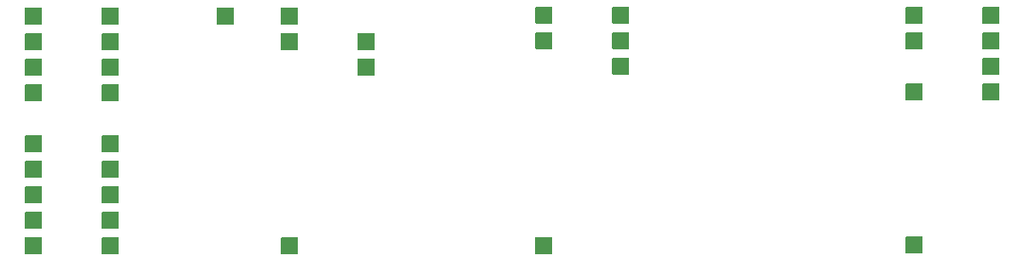
<source format=gbs>
G04 #@! TF.GenerationSoftware,KiCad,Pcbnew,(5.1.2-1)-1*
G04 #@! TF.CreationDate,2019-09-30T22:51:03+01:00*
G04 #@! TF.ProjectId,DRAM Board,4452414d-2042-46f6-9172-642e6b696361,rev?*
G04 #@! TF.SameCoordinates,Original*
G04 #@! TF.FileFunction,Soldermask,Bot*
G04 #@! TF.FilePolarity,Negative*
%FSLAX46Y46*%
G04 Gerber Fmt 4.6, Leading zero omitted, Abs format (unit mm)*
G04 Created by KiCad (PCBNEW (5.1.2-1)-1) date 2019-09-30 22:51:03*
%MOMM*%
%LPD*%
G04 APERTURE LIST*
%ADD10C,0.100000*%
G04 APERTURE END LIST*
D10*
G36*
X194367099Y-96497379D02*
G01*
X194389306Y-96504116D01*
X194409778Y-96515058D01*
X194427718Y-96529782D01*
X194442442Y-96547722D01*
X194453384Y-96568194D01*
X194460121Y-96590401D01*
X194463000Y-96619638D01*
X194463000Y-98071362D01*
X194460121Y-98100599D01*
X194453384Y-98122806D01*
X194442442Y-98143278D01*
X194427718Y-98161218D01*
X194409778Y-98175942D01*
X194389306Y-98186884D01*
X194367099Y-98193621D01*
X194337862Y-98196500D01*
X192886138Y-98196500D01*
X192856901Y-98193621D01*
X192834694Y-98186884D01*
X192814222Y-98175942D01*
X192796282Y-98161218D01*
X192781558Y-98143278D01*
X192770616Y-98122806D01*
X192763879Y-98100599D01*
X192761000Y-98071362D01*
X192761000Y-96619638D01*
X192763879Y-96590401D01*
X192770616Y-96568194D01*
X192781558Y-96547722D01*
X192796282Y-96529782D01*
X192814222Y-96515058D01*
X192834694Y-96504116D01*
X192856901Y-96497379D01*
X192886138Y-96494500D01*
X194337862Y-96494500D01*
X194367099Y-96497379D01*
X194367099Y-96497379D01*
G37*
G36*
X169157099Y-96497379D02*
G01*
X169179306Y-96504116D01*
X169199778Y-96515058D01*
X169217718Y-96529782D01*
X169232442Y-96547722D01*
X169243384Y-96568194D01*
X169250121Y-96590401D01*
X169253000Y-96619638D01*
X169253000Y-98071362D01*
X169250121Y-98100599D01*
X169243384Y-98122806D01*
X169232442Y-98143278D01*
X169217718Y-98161218D01*
X169199778Y-98175942D01*
X169179306Y-98186884D01*
X169157099Y-98193621D01*
X169127862Y-98196500D01*
X167676138Y-98196500D01*
X167646901Y-98193621D01*
X167624694Y-98186884D01*
X167604222Y-98175942D01*
X167586282Y-98161218D01*
X167571558Y-98143278D01*
X167560616Y-98122806D01*
X167553879Y-98100599D01*
X167551000Y-98071362D01*
X167551000Y-96619638D01*
X167553879Y-96590401D01*
X167560616Y-96568194D01*
X167571558Y-96547722D01*
X167586282Y-96529782D01*
X167604222Y-96515058D01*
X167624694Y-96504116D01*
X167646901Y-96497379D01*
X167676138Y-96494500D01*
X169127862Y-96494500D01*
X169157099Y-96497379D01*
X169157099Y-96497379D01*
G37*
G36*
X151377099Y-96497379D02*
G01*
X151399306Y-96504116D01*
X151419778Y-96515058D01*
X151437718Y-96529782D01*
X151452442Y-96547722D01*
X151463384Y-96568194D01*
X151470121Y-96590401D01*
X151473000Y-96619638D01*
X151473000Y-98071362D01*
X151470121Y-98100599D01*
X151463384Y-98122806D01*
X151452442Y-98143278D01*
X151437718Y-98161218D01*
X151419778Y-98175942D01*
X151399306Y-98186884D01*
X151377099Y-98193621D01*
X151347862Y-98196500D01*
X149896138Y-98196500D01*
X149866901Y-98193621D01*
X149844694Y-98186884D01*
X149824222Y-98175942D01*
X149806282Y-98161218D01*
X149791558Y-98143278D01*
X149780616Y-98122806D01*
X149773879Y-98100599D01*
X149771000Y-98071362D01*
X149771000Y-96619638D01*
X149773879Y-96590401D01*
X149780616Y-96568194D01*
X149791558Y-96547722D01*
X149806282Y-96529782D01*
X149824222Y-96515058D01*
X149844694Y-96504116D01*
X149866901Y-96497379D01*
X149896138Y-96494500D01*
X151347862Y-96494500D01*
X151377099Y-96497379D01*
X151377099Y-96497379D01*
G37*
G36*
X143757099Y-96484679D02*
G01*
X143779306Y-96491416D01*
X143799778Y-96502358D01*
X143817718Y-96517082D01*
X143832442Y-96535022D01*
X143843384Y-96555494D01*
X143850121Y-96577701D01*
X143853000Y-96606938D01*
X143853000Y-98058662D01*
X143850121Y-98087899D01*
X143843384Y-98110106D01*
X143832442Y-98130578D01*
X143817718Y-98148518D01*
X143799778Y-98163242D01*
X143779306Y-98174184D01*
X143757099Y-98180921D01*
X143727862Y-98183800D01*
X142276138Y-98183800D01*
X142246901Y-98180921D01*
X142224694Y-98174184D01*
X142204222Y-98163242D01*
X142186282Y-98148518D01*
X142171558Y-98130578D01*
X142160616Y-98110106D01*
X142153879Y-98087899D01*
X142151000Y-98058662D01*
X142151000Y-96606938D01*
X142153879Y-96577701D01*
X142160616Y-96555494D01*
X142171558Y-96535022D01*
X142186282Y-96517082D01*
X142204222Y-96502358D01*
X142224694Y-96491416D01*
X142246901Y-96484679D01*
X142276138Y-96481800D01*
X143727862Y-96481800D01*
X143757099Y-96484679D01*
X143757099Y-96484679D01*
G37*
G36*
X231133099Y-96433879D02*
G01*
X231155306Y-96440616D01*
X231175778Y-96451558D01*
X231193718Y-96466282D01*
X231208442Y-96484222D01*
X231219384Y-96504694D01*
X231226121Y-96526901D01*
X231229000Y-96556138D01*
X231229000Y-98007862D01*
X231226121Y-98037099D01*
X231219384Y-98059306D01*
X231208442Y-98079778D01*
X231193718Y-98097718D01*
X231175778Y-98112442D01*
X231155306Y-98123384D01*
X231133099Y-98130121D01*
X231103862Y-98133000D01*
X229652138Y-98133000D01*
X229622901Y-98130121D01*
X229600694Y-98123384D01*
X229580222Y-98112442D01*
X229562282Y-98097718D01*
X229547558Y-98079778D01*
X229536616Y-98059306D01*
X229529879Y-98037099D01*
X229527000Y-98007862D01*
X229527000Y-96556138D01*
X229529879Y-96526901D01*
X229536616Y-96504694D01*
X229547558Y-96484222D01*
X229562282Y-96466282D01*
X229580222Y-96451558D01*
X229600694Y-96440616D01*
X229622901Y-96433879D01*
X229652138Y-96431000D01*
X231103862Y-96431000D01*
X231133099Y-96433879D01*
X231133099Y-96433879D01*
G37*
G36*
X151377099Y-93957379D02*
G01*
X151399306Y-93964116D01*
X151419778Y-93975058D01*
X151437718Y-93989782D01*
X151452442Y-94007722D01*
X151463384Y-94028194D01*
X151470121Y-94050401D01*
X151473000Y-94079638D01*
X151473000Y-95531362D01*
X151470121Y-95560599D01*
X151463384Y-95582806D01*
X151452442Y-95603278D01*
X151437718Y-95621218D01*
X151419778Y-95635942D01*
X151399306Y-95646884D01*
X151377099Y-95653621D01*
X151347862Y-95656500D01*
X149896138Y-95656500D01*
X149866901Y-95653621D01*
X149844694Y-95646884D01*
X149824222Y-95635942D01*
X149806282Y-95621218D01*
X149791558Y-95603278D01*
X149780616Y-95582806D01*
X149773879Y-95560599D01*
X149771000Y-95531362D01*
X149771000Y-94079638D01*
X149773879Y-94050401D01*
X149780616Y-94028194D01*
X149791558Y-94007722D01*
X149806282Y-93989782D01*
X149824222Y-93975058D01*
X149844694Y-93964116D01*
X149866901Y-93957379D01*
X149896138Y-93954500D01*
X151347862Y-93954500D01*
X151377099Y-93957379D01*
X151377099Y-93957379D01*
G37*
G36*
X143757099Y-93957379D02*
G01*
X143779306Y-93964116D01*
X143799778Y-93975058D01*
X143817718Y-93989782D01*
X143832442Y-94007722D01*
X143843384Y-94028194D01*
X143850121Y-94050401D01*
X143853000Y-94079638D01*
X143853000Y-95531362D01*
X143850121Y-95560599D01*
X143843384Y-95582806D01*
X143832442Y-95603278D01*
X143817718Y-95621218D01*
X143799778Y-95635942D01*
X143779306Y-95646884D01*
X143757099Y-95653621D01*
X143727862Y-95656500D01*
X142276138Y-95656500D01*
X142246901Y-95653621D01*
X142224694Y-95646884D01*
X142204222Y-95635942D01*
X142186282Y-95621218D01*
X142171558Y-95603278D01*
X142160616Y-95582806D01*
X142153879Y-95560599D01*
X142151000Y-95531362D01*
X142151000Y-94079638D01*
X142153879Y-94050401D01*
X142160616Y-94028194D01*
X142171558Y-94007722D01*
X142186282Y-93989782D01*
X142204222Y-93975058D01*
X142224694Y-93964116D01*
X142246901Y-93957379D01*
X142276138Y-93954500D01*
X143727862Y-93954500D01*
X143757099Y-93957379D01*
X143757099Y-93957379D01*
G37*
G36*
X151377099Y-91417379D02*
G01*
X151399306Y-91424116D01*
X151419778Y-91435058D01*
X151437718Y-91449782D01*
X151452442Y-91467722D01*
X151463384Y-91488194D01*
X151470121Y-91510401D01*
X151473000Y-91539638D01*
X151473000Y-92991362D01*
X151470121Y-93020599D01*
X151463384Y-93042806D01*
X151452442Y-93063278D01*
X151437718Y-93081218D01*
X151419778Y-93095942D01*
X151399306Y-93106884D01*
X151377099Y-93113621D01*
X151347862Y-93116500D01*
X149896138Y-93116500D01*
X149866901Y-93113621D01*
X149844694Y-93106884D01*
X149824222Y-93095942D01*
X149806282Y-93081218D01*
X149791558Y-93063278D01*
X149780616Y-93042806D01*
X149773879Y-93020599D01*
X149771000Y-92991362D01*
X149771000Y-91539638D01*
X149773879Y-91510401D01*
X149780616Y-91488194D01*
X149791558Y-91467722D01*
X149806282Y-91449782D01*
X149824222Y-91435058D01*
X149844694Y-91424116D01*
X149866901Y-91417379D01*
X149896138Y-91414500D01*
X151347862Y-91414500D01*
X151377099Y-91417379D01*
X151377099Y-91417379D01*
G37*
G36*
X143757099Y-91417379D02*
G01*
X143779306Y-91424116D01*
X143799778Y-91435058D01*
X143817718Y-91449782D01*
X143832442Y-91467722D01*
X143843384Y-91488194D01*
X143850121Y-91510401D01*
X143853000Y-91539638D01*
X143853000Y-92991362D01*
X143850121Y-93020599D01*
X143843384Y-93042806D01*
X143832442Y-93063278D01*
X143817718Y-93081218D01*
X143799778Y-93095942D01*
X143779306Y-93106884D01*
X143757099Y-93113621D01*
X143727862Y-93116500D01*
X142276138Y-93116500D01*
X142246901Y-93113621D01*
X142224694Y-93106884D01*
X142204222Y-93095942D01*
X142186282Y-93081218D01*
X142171558Y-93063278D01*
X142160616Y-93042806D01*
X142153879Y-93020599D01*
X142151000Y-92991362D01*
X142151000Y-91539638D01*
X142153879Y-91510401D01*
X142160616Y-91488194D01*
X142171558Y-91467722D01*
X142186282Y-91449782D01*
X142204222Y-91435058D01*
X142224694Y-91424116D01*
X142246901Y-91417379D01*
X142276138Y-91414500D01*
X143727862Y-91414500D01*
X143757099Y-91417379D01*
X143757099Y-91417379D01*
G37*
G36*
X143757099Y-88877379D02*
G01*
X143779306Y-88884116D01*
X143799778Y-88895058D01*
X143817718Y-88909782D01*
X143832442Y-88927722D01*
X143843384Y-88948194D01*
X143850121Y-88970401D01*
X143853000Y-88999638D01*
X143853000Y-90451362D01*
X143850121Y-90480599D01*
X143843384Y-90502806D01*
X143832442Y-90523278D01*
X143817718Y-90541218D01*
X143799778Y-90555942D01*
X143779306Y-90566884D01*
X143757099Y-90573621D01*
X143727862Y-90576500D01*
X142276138Y-90576500D01*
X142246901Y-90573621D01*
X142224694Y-90566884D01*
X142204222Y-90555942D01*
X142186282Y-90541218D01*
X142171558Y-90523278D01*
X142160616Y-90502806D01*
X142153879Y-90480599D01*
X142151000Y-90451362D01*
X142151000Y-88999638D01*
X142153879Y-88970401D01*
X142160616Y-88948194D01*
X142171558Y-88927722D01*
X142186282Y-88909782D01*
X142204222Y-88895058D01*
X142224694Y-88884116D01*
X142246901Y-88877379D01*
X142276138Y-88874500D01*
X143727862Y-88874500D01*
X143757099Y-88877379D01*
X143757099Y-88877379D01*
G37*
G36*
X151377099Y-88877379D02*
G01*
X151399306Y-88884116D01*
X151419778Y-88895058D01*
X151437718Y-88909782D01*
X151452442Y-88927722D01*
X151463384Y-88948194D01*
X151470121Y-88970401D01*
X151473000Y-88999638D01*
X151473000Y-90451362D01*
X151470121Y-90480599D01*
X151463384Y-90502806D01*
X151452442Y-90523278D01*
X151437718Y-90541218D01*
X151419778Y-90555942D01*
X151399306Y-90566884D01*
X151377099Y-90573621D01*
X151347862Y-90576500D01*
X149896138Y-90576500D01*
X149866901Y-90573621D01*
X149844694Y-90566884D01*
X149824222Y-90555942D01*
X149806282Y-90541218D01*
X149791558Y-90523278D01*
X149780616Y-90502806D01*
X149773879Y-90480599D01*
X149771000Y-90451362D01*
X149771000Y-88999638D01*
X149773879Y-88970401D01*
X149780616Y-88948194D01*
X149791558Y-88927722D01*
X149806282Y-88909782D01*
X149824222Y-88895058D01*
X149844694Y-88884116D01*
X149866901Y-88877379D01*
X149896138Y-88874500D01*
X151347862Y-88874500D01*
X151377099Y-88877379D01*
X151377099Y-88877379D01*
G37*
G36*
X143757099Y-86337379D02*
G01*
X143779306Y-86344116D01*
X143799778Y-86355058D01*
X143817718Y-86369782D01*
X143832442Y-86387722D01*
X143843384Y-86408194D01*
X143850121Y-86430401D01*
X143853000Y-86459638D01*
X143853000Y-87911362D01*
X143850121Y-87940599D01*
X143843384Y-87962806D01*
X143832442Y-87983278D01*
X143817718Y-88001218D01*
X143799778Y-88015942D01*
X143779306Y-88026884D01*
X143757099Y-88033621D01*
X143727862Y-88036500D01*
X142276138Y-88036500D01*
X142246901Y-88033621D01*
X142224694Y-88026884D01*
X142204222Y-88015942D01*
X142186282Y-88001218D01*
X142171558Y-87983278D01*
X142160616Y-87962806D01*
X142153879Y-87940599D01*
X142151000Y-87911362D01*
X142151000Y-86459638D01*
X142153879Y-86430401D01*
X142160616Y-86408194D01*
X142171558Y-86387722D01*
X142186282Y-86369782D01*
X142204222Y-86355058D01*
X142224694Y-86344116D01*
X142246901Y-86337379D01*
X142276138Y-86334500D01*
X143727862Y-86334500D01*
X143757099Y-86337379D01*
X143757099Y-86337379D01*
G37*
G36*
X151377099Y-86337379D02*
G01*
X151399306Y-86344116D01*
X151419778Y-86355058D01*
X151437718Y-86369782D01*
X151452442Y-86387722D01*
X151463384Y-86408194D01*
X151470121Y-86430401D01*
X151473000Y-86459638D01*
X151473000Y-87911362D01*
X151470121Y-87940599D01*
X151463384Y-87962806D01*
X151452442Y-87983278D01*
X151437718Y-88001218D01*
X151419778Y-88015942D01*
X151399306Y-88026884D01*
X151377099Y-88033621D01*
X151347862Y-88036500D01*
X149896138Y-88036500D01*
X149866901Y-88033621D01*
X149844694Y-88026884D01*
X149824222Y-88015942D01*
X149806282Y-88001218D01*
X149791558Y-87983278D01*
X149780616Y-87962806D01*
X149773879Y-87940599D01*
X149771000Y-87911362D01*
X149771000Y-86459638D01*
X149773879Y-86430401D01*
X149780616Y-86408194D01*
X149791558Y-86387722D01*
X149806282Y-86369782D01*
X149824222Y-86355058D01*
X149844694Y-86344116D01*
X149866901Y-86337379D01*
X149896138Y-86334500D01*
X151347862Y-86334500D01*
X151377099Y-86337379D01*
X151377099Y-86337379D01*
G37*
G36*
X143757099Y-81257379D02*
G01*
X143779306Y-81264116D01*
X143799778Y-81275058D01*
X143817718Y-81289782D01*
X143832442Y-81307722D01*
X143843384Y-81328194D01*
X143850121Y-81350401D01*
X143853000Y-81379638D01*
X143853000Y-82831362D01*
X143850121Y-82860599D01*
X143843384Y-82882806D01*
X143832442Y-82903278D01*
X143817718Y-82921218D01*
X143799778Y-82935942D01*
X143779306Y-82946884D01*
X143757099Y-82953621D01*
X143727862Y-82956500D01*
X142276138Y-82956500D01*
X142246901Y-82953621D01*
X142224694Y-82946884D01*
X142204222Y-82935942D01*
X142186282Y-82921218D01*
X142171558Y-82903278D01*
X142160616Y-82882806D01*
X142153879Y-82860599D01*
X142151000Y-82831362D01*
X142151000Y-81379638D01*
X142153879Y-81350401D01*
X142160616Y-81328194D01*
X142171558Y-81307722D01*
X142186282Y-81289782D01*
X142204222Y-81275058D01*
X142224694Y-81264116D01*
X142246901Y-81257379D01*
X142276138Y-81254500D01*
X143727862Y-81254500D01*
X143757099Y-81257379D01*
X143757099Y-81257379D01*
G37*
G36*
X151377099Y-81257379D02*
G01*
X151399306Y-81264116D01*
X151419778Y-81275058D01*
X151437718Y-81289782D01*
X151452442Y-81307722D01*
X151463384Y-81328194D01*
X151470121Y-81350401D01*
X151473000Y-81379638D01*
X151473000Y-82831362D01*
X151470121Y-82860599D01*
X151463384Y-82882806D01*
X151452442Y-82903278D01*
X151437718Y-82921218D01*
X151419778Y-82935942D01*
X151399306Y-82946884D01*
X151377099Y-82953621D01*
X151347862Y-82956500D01*
X149896138Y-82956500D01*
X149866901Y-82953621D01*
X149844694Y-82946884D01*
X149824222Y-82935942D01*
X149806282Y-82921218D01*
X149791558Y-82903278D01*
X149780616Y-82882806D01*
X149773879Y-82860599D01*
X149771000Y-82831362D01*
X149771000Y-81379638D01*
X149773879Y-81350401D01*
X149780616Y-81328194D01*
X149791558Y-81307722D01*
X149806282Y-81289782D01*
X149824222Y-81275058D01*
X149844694Y-81264116D01*
X149866901Y-81257379D01*
X149896138Y-81254500D01*
X151347862Y-81254500D01*
X151377099Y-81257379D01*
X151377099Y-81257379D01*
G37*
G36*
X238753099Y-81193879D02*
G01*
X238775306Y-81200616D01*
X238795778Y-81211558D01*
X238813718Y-81226282D01*
X238828442Y-81244222D01*
X238839384Y-81264694D01*
X238846121Y-81286901D01*
X238849000Y-81316138D01*
X238849000Y-82767862D01*
X238846121Y-82797099D01*
X238839384Y-82819306D01*
X238828442Y-82839778D01*
X238813718Y-82857718D01*
X238795778Y-82872442D01*
X238775306Y-82883384D01*
X238753099Y-82890121D01*
X238723862Y-82893000D01*
X237272138Y-82893000D01*
X237242901Y-82890121D01*
X237220694Y-82883384D01*
X237200222Y-82872442D01*
X237182282Y-82857718D01*
X237167558Y-82839778D01*
X237156616Y-82819306D01*
X237149879Y-82797099D01*
X237147000Y-82767862D01*
X237147000Y-81316138D01*
X237149879Y-81286901D01*
X237156616Y-81264694D01*
X237167558Y-81244222D01*
X237182282Y-81226282D01*
X237200222Y-81211558D01*
X237220694Y-81200616D01*
X237242901Y-81193879D01*
X237272138Y-81191000D01*
X238723862Y-81191000D01*
X238753099Y-81193879D01*
X238753099Y-81193879D01*
G37*
G36*
X231133099Y-81193879D02*
G01*
X231155306Y-81200616D01*
X231175778Y-81211558D01*
X231193718Y-81226282D01*
X231208442Y-81244222D01*
X231219384Y-81264694D01*
X231226121Y-81286901D01*
X231229000Y-81316138D01*
X231229000Y-82767862D01*
X231226121Y-82797099D01*
X231219384Y-82819306D01*
X231208442Y-82839778D01*
X231193718Y-82857718D01*
X231175778Y-82872442D01*
X231155306Y-82883384D01*
X231133099Y-82890121D01*
X231103862Y-82893000D01*
X229652138Y-82893000D01*
X229622901Y-82890121D01*
X229600694Y-82883384D01*
X229580222Y-82872442D01*
X229562282Y-82857718D01*
X229547558Y-82839778D01*
X229536616Y-82819306D01*
X229529879Y-82797099D01*
X229527000Y-82767862D01*
X229527000Y-81316138D01*
X229529879Y-81286901D01*
X229536616Y-81264694D01*
X229547558Y-81244222D01*
X229562282Y-81226282D01*
X229580222Y-81211558D01*
X229600694Y-81200616D01*
X229622901Y-81193879D01*
X229652138Y-81191000D01*
X231103862Y-81191000D01*
X231133099Y-81193879D01*
X231133099Y-81193879D01*
G37*
G36*
X143757099Y-78717379D02*
G01*
X143779306Y-78724116D01*
X143799778Y-78735058D01*
X143817718Y-78749782D01*
X143832442Y-78767722D01*
X143843384Y-78788194D01*
X143850121Y-78810401D01*
X143853000Y-78839638D01*
X143853000Y-80291362D01*
X143850121Y-80320599D01*
X143843384Y-80342806D01*
X143832442Y-80363278D01*
X143817718Y-80381218D01*
X143799778Y-80395942D01*
X143779306Y-80406884D01*
X143757099Y-80413621D01*
X143727862Y-80416500D01*
X142276138Y-80416500D01*
X142246901Y-80413621D01*
X142224694Y-80406884D01*
X142204222Y-80395942D01*
X142186282Y-80381218D01*
X142171558Y-80363278D01*
X142160616Y-80342806D01*
X142153879Y-80320599D01*
X142151000Y-80291362D01*
X142151000Y-78839638D01*
X142153879Y-78810401D01*
X142160616Y-78788194D01*
X142171558Y-78767722D01*
X142186282Y-78749782D01*
X142204222Y-78735058D01*
X142224694Y-78724116D01*
X142246901Y-78717379D01*
X142276138Y-78714500D01*
X143727862Y-78714500D01*
X143757099Y-78717379D01*
X143757099Y-78717379D01*
G37*
G36*
X151377099Y-78717379D02*
G01*
X151399306Y-78724116D01*
X151419778Y-78735058D01*
X151437718Y-78749782D01*
X151452442Y-78767722D01*
X151463384Y-78788194D01*
X151470121Y-78810401D01*
X151473000Y-78839638D01*
X151473000Y-80291362D01*
X151470121Y-80320599D01*
X151463384Y-80342806D01*
X151452442Y-80363278D01*
X151437718Y-80381218D01*
X151419778Y-80395942D01*
X151399306Y-80406884D01*
X151377099Y-80413621D01*
X151347862Y-80416500D01*
X149896138Y-80416500D01*
X149866901Y-80413621D01*
X149844694Y-80406884D01*
X149824222Y-80395942D01*
X149806282Y-80381218D01*
X149791558Y-80363278D01*
X149780616Y-80342806D01*
X149773879Y-80320599D01*
X149771000Y-80291362D01*
X149771000Y-78839638D01*
X149773879Y-78810401D01*
X149780616Y-78788194D01*
X149791558Y-78767722D01*
X149806282Y-78749782D01*
X149824222Y-78735058D01*
X149844694Y-78724116D01*
X149866901Y-78717379D01*
X149896138Y-78714500D01*
X151347862Y-78714500D01*
X151377099Y-78717379D01*
X151377099Y-78717379D01*
G37*
G36*
X176777099Y-78704679D02*
G01*
X176799306Y-78711416D01*
X176819778Y-78722358D01*
X176837718Y-78737082D01*
X176852442Y-78755022D01*
X176863384Y-78775494D01*
X176870121Y-78797701D01*
X176873000Y-78826938D01*
X176873000Y-80278662D01*
X176870121Y-80307899D01*
X176863384Y-80330106D01*
X176852442Y-80350578D01*
X176837718Y-80368518D01*
X176819778Y-80383242D01*
X176799306Y-80394184D01*
X176777099Y-80400921D01*
X176747862Y-80403800D01*
X175296138Y-80403800D01*
X175266901Y-80400921D01*
X175244694Y-80394184D01*
X175224222Y-80383242D01*
X175206282Y-80368518D01*
X175191558Y-80350578D01*
X175180616Y-80330106D01*
X175173879Y-80307899D01*
X175171000Y-80278662D01*
X175171000Y-78826938D01*
X175173879Y-78797701D01*
X175180616Y-78775494D01*
X175191558Y-78755022D01*
X175206282Y-78737082D01*
X175224222Y-78722358D01*
X175244694Y-78711416D01*
X175266901Y-78704679D01*
X175296138Y-78701800D01*
X176747862Y-78701800D01*
X176777099Y-78704679D01*
X176777099Y-78704679D01*
G37*
G36*
X238753099Y-78653879D02*
G01*
X238775306Y-78660616D01*
X238795778Y-78671558D01*
X238813718Y-78686282D01*
X238828442Y-78704222D01*
X238839384Y-78724694D01*
X238846121Y-78746901D01*
X238849000Y-78776138D01*
X238849000Y-80227862D01*
X238846121Y-80257099D01*
X238839384Y-80279306D01*
X238828442Y-80299778D01*
X238813718Y-80317718D01*
X238795778Y-80332442D01*
X238775306Y-80343384D01*
X238753099Y-80350121D01*
X238723862Y-80353000D01*
X237272138Y-80353000D01*
X237242901Y-80350121D01*
X237220694Y-80343384D01*
X237200222Y-80332442D01*
X237182282Y-80317718D01*
X237167558Y-80299778D01*
X237156616Y-80279306D01*
X237149879Y-80257099D01*
X237147000Y-80227862D01*
X237147000Y-78776138D01*
X237149879Y-78746901D01*
X237156616Y-78724694D01*
X237167558Y-78704222D01*
X237182282Y-78686282D01*
X237200222Y-78671558D01*
X237220694Y-78660616D01*
X237242901Y-78653879D01*
X237272138Y-78651000D01*
X238723862Y-78651000D01*
X238753099Y-78653879D01*
X238753099Y-78653879D01*
G37*
G36*
X202025099Y-78628479D02*
G01*
X202047306Y-78635216D01*
X202067778Y-78646158D01*
X202085718Y-78660882D01*
X202100442Y-78678822D01*
X202111384Y-78699294D01*
X202118121Y-78721501D01*
X202121000Y-78750738D01*
X202121000Y-80202462D01*
X202118121Y-80231699D01*
X202111384Y-80253906D01*
X202100442Y-80274378D01*
X202085718Y-80292318D01*
X202067778Y-80307042D01*
X202047306Y-80317984D01*
X202025099Y-80324721D01*
X201995862Y-80327600D01*
X200544138Y-80327600D01*
X200514901Y-80324721D01*
X200492694Y-80317984D01*
X200472222Y-80307042D01*
X200454282Y-80292318D01*
X200439558Y-80274378D01*
X200428616Y-80253906D01*
X200421879Y-80231699D01*
X200419000Y-80202462D01*
X200419000Y-78750738D01*
X200421879Y-78721501D01*
X200428616Y-78699294D01*
X200439558Y-78678822D01*
X200454282Y-78660882D01*
X200472222Y-78646158D01*
X200492694Y-78635216D01*
X200514901Y-78628479D01*
X200544138Y-78625600D01*
X201995862Y-78625600D01*
X202025099Y-78628479D01*
X202025099Y-78628479D01*
G37*
G36*
X143757099Y-76177379D02*
G01*
X143779306Y-76184116D01*
X143799778Y-76195058D01*
X143817718Y-76209782D01*
X143832442Y-76227722D01*
X143843384Y-76248194D01*
X143850121Y-76270401D01*
X143853000Y-76299638D01*
X143853000Y-77751362D01*
X143850121Y-77780599D01*
X143843384Y-77802806D01*
X143832442Y-77823278D01*
X143817718Y-77841218D01*
X143799778Y-77855942D01*
X143779306Y-77866884D01*
X143757099Y-77873621D01*
X143727862Y-77876500D01*
X142276138Y-77876500D01*
X142246901Y-77873621D01*
X142224694Y-77866884D01*
X142204222Y-77855942D01*
X142186282Y-77841218D01*
X142171558Y-77823278D01*
X142160616Y-77802806D01*
X142153879Y-77780599D01*
X142151000Y-77751362D01*
X142151000Y-76299638D01*
X142153879Y-76270401D01*
X142160616Y-76248194D01*
X142171558Y-76227722D01*
X142186282Y-76209782D01*
X142204222Y-76195058D01*
X142224694Y-76184116D01*
X142246901Y-76177379D01*
X142276138Y-76174500D01*
X143727862Y-76174500D01*
X143757099Y-76177379D01*
X143757099Y-76177379D01*
G37*
G36*
X151377099Y-76177379D02*
G01*
X151399306Y-76184116D01*
X151419778Y-76195058D01*
X151437718Y-76209782D01*
X151452442Y-76227722D01*
X151463384Y-76248194D01*
X151470121Y-76270401D01*
X151473000Y-76299638D01*
X151473000Y-77751362D01*
X151470121Y-77780599D01*
X151463384Y-77802806D01*
X151452442Y-77823278D01*
X151437718Y-77841218D01*
X151419778Y-77855942D01*
X151399306Y-77866884D01*
X151377099Y-77873621D01*
X151347862Y-77876500D01*
X149896138Y-77876500D01*
X149866901Y-77873621D01*
X149844694Y-77866884D01*
X149824222Y-77855942D01*
X149806282Y-77841218D01*
X149791558Y-77823278D01*
X149780616Y-77802806D01*
X149773879Y-77780599D01*
X149771000Y-77751362D01*
X149771000Y-76299638D01*
X149773879Y-76270401D01*
X149780616Y-76248194D01*
X149791558Y-76227722D01*
X149806282Y-76209782D01*
X149824222Y-76195058D01*
X149844694Y-76184116D01*
X149866901Y-76177379D01*
X149896138Y-76174500D01*
X151347862Y-76174500D01*
X151377099Y-76177379D01*
X151377099Y-76177379D01*
G37*
G36*
X176777099Y-76164679D02*
G01*
X176799306Y-76171416D01*
X176819778Y-76182358D01*
X176837718Y-76197082D01*
X176852442Y-76215022D01*
X176863384Y-76235494D01*
X176870121Y-76257701D01*
X176873000Y-76286938D01*
X176873000Y-77738662D01*
X176870121Y-77767899D01*
X176863384Y-77790106D01*
X176852442Y-77810578D01*
X176837718Y-77828518D01*
X176819778Y-77843242D01*
X176799306Y-77854184D01*
X176777099Y-77860921D01*
X176747862Y-77863800D01*
X175296138Y-77863800D01*
X175266901Y-77860921D01*
X175244694Y-77854184D01*
X175224222Y-77843242D01*
X175206282Y-77828518D01*
X175191558Y-77810578D01*
X175180616Y-77790106D01*
X175173879Y-77767899D01*
X175171000Y-77738662D01*
X175171000Y-76286938D01*
X175173879Y-76257701D01*
X175180616Y-76235494D01*
X175191558Y-76215022D01*
X175206282Y-76197082D01*
X175224222Y-76182358D01*
X175244694Y-76171416D01*
X175266901Y-76164679D01*
X175296138Y-76161800D01*
X176747862Y-76161800D01*
X176777099Y-76164679D01*
X176777099Y-76164679D01*
G37*
G36*
X169157099Y-76164679D02*
G01*
X169179306Y-76171416D01*
X169199778Y-76182358D01*
X169217718Y-76197082D01*
X169232442Y-76215022D01*
X169243384Y-76235494D01*
X169250121Y-76257701D01*
X169253000Y-76286938D01*
X169253000Y-77738662D01*
X169250121Y-77767899D01*
X169243384Y-77790106D01*
X169232442Y-77810578D01*
X169217718Y-77828518D01*
X169199778Y-77843242D01*
X169179306Y-77854184D01*
X169157099Y-77860921D01*
X169127862Y-77863800D01*
X167676138Y-77863800D01*
X167646901Y-77860921D01*
X167624694Y-77854184D01*
X167604222Y-77843242D01*
X167586282Y-77828518D01*
X167571558Y-77810578D01*
X167560616Y-77790106D01*
X167553879Y-77767899D01*
X167551000Y-77738662D01*
X167551000Y-76286938D01*
X167553879Y-76257701D01*
X167560616Y-76235494D01*
X167571558Y-76215022D01*
X167586282Y-76197082D01*
X167604222Y-76182358D01*
X167624694Y-76171416D01*
X167646901Y-76164679D01*
X167676138Y-76161800D01*
X169127862Y-76161800D01*
X169157099Y-76164679D01*
X169157099Y-76164679D01*
G37*
G36*
X238753099Y-76113879D02*
G01*
X238775306Y-76120616D01*
X238795778Y-76131558D01*
X238813718Y-76146282D01*
X238828442Y-76164222D01*
X238839384Y-76184694D01*
X238846121Y-76206901D01*
X238849000Y-76236138D01*
X238849000Y-77687862D01*
X238846121Y-77717099D01*
X238839384Y-77739306D01*
X238828442Y-77759778D01*
X238813718Y-77777718D01*
X238795778Y-77792442D01*
X238775306Y-77803384D01*
X238753099Y-77810121D01*
X238723862Y-77813000D01*
X237272138Y-77813000D01*
X237242901Y-77810121D01*
X237220694Y-77803384D01*
X237200222Y-77792442D01*
X237182282Y-77777718D01*
X237167558Y-77759778D01*
X237156616Y-77739306D01*
X237149879Y-77717099D01*
X237147000Y-77687862D01*
X237147000Y-76236138D01*
X237149879Y-76206901D01*
X237156616Y-76184694D01*
X237167558Y-76164222D01*
X237182282Y-76146282D01*
X237200222Y-76131558D01*
X237220694Y-76120616D01*
X237242901Y-76113879D01*
X237272138Y-76111000D01*
X238723862Y-76111000D01*
X238753099Y-76113879D01*
X238753099Y-76113879D01*
G37*
G36*
X231133099Y-76113879D02*
G01*
X231155306Y-76120616D01*
X231175778Y-76131558D01*
X231193718Y-76146282D01*
X231208442Y-76164222D01*
X231219384Y-76184694D01*
X231226121Y-76206901D01*
X231229000Y-76236138D01*
X231229000Y-77687862D01*
X231226121Y-77717099D01*
X231219384Y-77739306D01*
X231208442Y-77759778D01*
X231193718Y-77777718D01*
X231175778Y-77792442D01*
X231155306Y-77803384D01*
X231133099Y-77810121D01*
X231103862Y-77813000D01*
X229652138Y-77813000D01*
X229622901Y-77810121D01*
X229600694Y-77803384D01*
X229580222Y-77792442D01*
X229562282Y-77777718D01*
X229547558Y-77759778D01*
X229536616Y-77739306D01*
X229529879Y-77717099D01*
X229527000Y-77687862D01*
X229527000Y-76236138D01*
X229529879Y-76206901D01*
X229536616Y-76184694D01*
X229547558Y-76164222D01*
X229562282Y-76146282D01*
X229580222Y-76131558D01*
X229600694Y-76120616D01*
X229622901Y-76113879D01*
X229652138Y-76111000D01*
X231103862Y-76111000D01*
X231133099Y-76113879D01*
X231133099Y-76113879D01*
G37*
G36*
X194405099Y-76088479D02*
G01*
X194427306Y-76095216D01*
X194447778Y-76106158D01*
X194465718Y-76120882D01*
X194480442Y-76138822D01*
X194491384Y-76159294D01*
X194498121Y-76181501D01*
X194501000Y-76210738D01*
X194501000Y-77662462D01*
X194498121Y-77691699D01*
X194491384Y-77713906D01*
X194480442Y-77734378D01*
X194465718Y-77752318D01*
X194447778Y-77767042D01*
X194427306Y-77777984D01*
X194405099Y-77784721D01*
X194375862Y-77787600D01*
X192924138Y-77787600D01*
X192894901Y-77784721D01*
X192872694Y-77777984D01*
X192852222Y-77767042D01*
X192834282Y-77752318D01*
X192819558Y-77734378D01*
X192808616Y-77713906D01*
X192801879Y-77691699D01*
X192799000Y-77662462D01*
X192799000Y-76210738D01*
X192801879Y-76181501D01*
X192808616Y-76159294D01*
X192819558Y-76138822D01*
X192834282Y-76120882D01*
X192852222Y-76106158D01*
X192872694Y-76095216D01*
X192894901Y-76088479D01*
X192924138Y-76085600D01*
X194375862Y-76085600D01*
X194405099Y-76088479D01*
X194405099Y-76088479D01*
G37*
G36*
X202025099Y-76088479D02*
G01*
X202047306Y-76095216D01*
X202067778Y-76106158D01*
X202085718Y-76120882D01*
X202100442Y-76138822D01*
X202111384Y-76159294D01*
X202118121Y-76181501D01*
X202121000Y-76210738D01*
X202121000Y-77662462D01*
X202118121Y-77691699D01*
X202111384Y-77713906D01*
X202100442Y-77734378D01*
X202085718Y-77752318D01*
X202067778Y-77767042D01*
X202047306Y-77777984D01*
X202025099Y-77784721D01*
X201995862Y-77787600D01*
X200544138Y-77787600D01*
X200514901Y-77784721D01*
X200492694Y-77777984D01*
X200472222Y-77767042D01*
X200454282Y-77752318D01*
X200439558Y-77734378D01*
X200428616Y-77713906D01*
X200421879Y-77691699D01*
X200419000Y-77662462D01*
X200419000Y-76210738D01*
X200421879Y-76181501D01*
X200428616Y-76159294D01*
X200439558Y-76138822D01*
X200454282Y-76120882D01*
X200472222Y-76106158D01*
X200492694Y-76095216D01*
X200514901Y-76088479D01*
X200544138Y-76085600D01*
X201995862Y-76085600D01*
X202025099Y-76088479D01*
X202025099Y-76088479D01*
G37*
G36*
X143757099Y-73624879D02*
G01*
X143779306Y-73631616D01*
X143799778Y-73642558D01*
X143817718Y-73657282D01*
X143832442Y-73675222D01*
X143843384Y-73695694D01*
X143850121Y-73717901D01*
X143853000Y-73747138D01*
X143853000Y-75198862D01*
X143850121Y-75228099D01*
X143843384Y-75250306D01*
X143832442Y-75270778D01*
X143817718Y-75288718D01*
X143799778Y-75303442D01*
X143779306Y-75314384D01*
X143757099Y-75321121D01*
X143727862Y-75324000D01*
X142276138Y-75324000D01*
X142246901Y-75321121D01*
X142224694Y-75314384D01*
X142204222Y-75303442D01*
X142186282Y-75288718D01*
X142171558Y-75270778D01*
X142160616Y-75250306D01*
X142153879Y-75228099D01*
X142151000Y-75198862D01*
X142151000Y-73747138D01*
X142153879Y-73717901D01*
X142160616Y-73695694D01*
X142171558Y-73675222D01*
X142186282Y-73657282D01*
X142204222Y-73642558D01*
X142224694Y-73631616D01*
X142246901Y-73624879D01*
X142276138Y-73622000D01*
X143727862Y-73622000D01*
X143757099Y-73624879D01*
X143757099Y-73624879D01*
G37*
G36*
X169157099Y-73624879D02*
G01*
X169179306Y-73631616D01*
X169199778Y-73642558D01*
X169217718Y-73657282D01*
X169232442Y-73675222D01*
X169243384Y-73695694D01*
X169250121Y-73717901D01*
X169253000Y-73747138D01*
X169253000Y-75198862D01*
X169250121Y-75228099D01*
X169243384Y-75250306D01*
X169232442Y-75270778D01*
X169217718Y-75288718D01*
X169199778Y-75303442D01*
X169179306Y-75314384D01*
X169157099Y-75321121D01*
X169127862Y-75324000D01*
X167676138Y-75324000D01*
X167646901Y-75321121D01*
X167624694Y-75314384D01*
X167604222Y-75303442D01*
X167586282Y-75288718D01*
X167571558Y-75270778D01*
X167560616Y-75250306D01*
X167553879Y-75228099D01*
X167551000Y-75198862D01*
X167551000Y-73747138D01*
X167553879Y-73717901D01*
X167560616Y-73695694D01*
X167571558Y-73675222D01*
X167586282Y-73657282D01*
X167604222Y-73642558D01*
X167624694Y-73631616D01*
X167646901Y-73624879D01*
X167676138Y-73622000D01*
X169127862Y-73622000D01*
X169157099Y-73624879D01*
X169157099Y-73624879D01*
G37*
G36*
X162807099Y-73624679D02*
G01*
X162829306Y-73631416D01*
X162849778Y-73642358D01*
X162867718Y-73657082D01*
X162882442Y-73675022D01*
X162893384Y-73695494D01*
X162900121Y-73717701D01*
X162903000Y-73746938D01*
X162903000Y-75198662D01*
X162900121Y-75227899D01*
X162893384Y-75250106D01*
X162882442Y-75270578D01*
X162867718Y-75288518D01*
X162849778Y-75303242D01*
X162829306Y-75314184D01*
X162807099Y-75320921D01*
X162777862Y-75323800D01*
X161326138Y-75323800D01*
X161296901Y-75320921D01*
X161274694Y-75314184D01*
X161254222Y-75303242D01*
X161236282Y-75288518D01*
X161221558Y-75270578D01*
X161210616Y-75250106D01*
X161203879Y-75227899D01*
X161201000Y-75198662D01*
X161201000Y-73746938D01*
X161203879Y-73717701D01*
X161210616Y-73695494D01*
X161221558Y-73675022D01*
X161236282Y-73657082D01*
X161254222Y-73642358D01*
X161274694Y-73631416D01*
X161296901Y-73624679D01*
X161326138Y-73621800D01*
X162777862Y-73621800D01*
X162807099Y-73624679D01*
X162807099Y-73624679D01*
G37*
G36*
X151377099Y-73624679D02*
G01*
X151399306Y-73631416D01*
X151419778Y-73642358D01*
X151437718Y-73657082D01*
X151452442Y-73675022D01*
X151463384Y-73695494D01*
X151470121Y-73717701D01*
X151473000Y-73746938D01*
X151473000Y-75198662D01*
X151470121Y-75227899D01*
X151463384Y-75250106D01*
X151452442Y-75270578D01*
X151437718Y-75288518D01*
X151419778Y-75303242D01*
X151399306Y-75314184D01*
X151377099Y-75320921D01*
X151347862Y-75323800D01*
X149896138Y-75323800D01*
X149866901Y-75320921D01*
X149844694Y-75314184D01*
X149824222Y-75303242D01*
X149806282Y-75288518D01*
X149791558Y-75270578D01*
X149780616Y-75250106D01*
X149773879Y-75227899D01*
X149771000Y-75198662D01*
X149771000Y-73746938D01*
X149773879Y-73717701D01*
X149780616Y-73695494D01*
X149791558Y-73675022D01*
X149806282Y-73657082D01*
X149824222Y-73642358D01*
X149844694Y-73631416D01*
X149866901Y-73624679D01*
X149896138Y-73621800D01*
X151347862Y-73621800D01*
X151377099Y-73624679D01*
X151377099Y-73624679D01*
G37*
G36*
X231133099Y-73573879D02*
G01*
X231155306Y-73580616D01*
X231175778Y-73591558D01*
X231193718Y-73606282D01*
X231208442Y-73624222D01*
X231219384Y-73644694D01*
X231226121Y-73666901D01*
X231229000Y-73696138D01*
X231229000Y-75147862D01*
X231226121Y-75177099D01*
X231219384Y-75199306D01*
X231208442Y-75219778D01*
X231193718Y-75237718D01*
X231175778Y-75252442D01*
X231155306Y-75263384D01*
X231133099Y-75270121D01*
X231103862Y-75273000D01*
X229652138Y-75273000D01*
X229622901Y-75270121D01*
X229600694Y-75263384D01*
X229580222Y-75252442D01*
X229562282Y-75237718D01*
X229547558Y-75219778D01*
X229536616Y-75199306D01*
X229529879Y-75177099D01*
X229527000Y-75147862D01*
X229527000Y-73696138D01*
X229529879Y-73666901D01*
X229536616Y-73644694D01*
X229547558Y-73624222D01*
X229562282Y-73606282D01*
X229580222Y-73591558D01*
X229600694Y-73580616D01*
X229622901Y-73573879D01*
X229652138Y-73571000D01*
X231103862Y-73571000D01*
X231133099Y-73573879D01*
X231133099Y-73573879D01*
G37*
G36*
X238753099Y-73573879D02*
G01*
X238775306Y-73580616D01*
X238795778Y-73591558D01*
X238813718Y-73606282D01*
X238828442Y-73624222D01*
X238839384Y-73644694D01*
X238846121Y-73666901D01*
X238849000Y-73696138D01*
X238849000Y-75147862D01*
X238846121Y-75177099D01*
X238839384Y-75199306D01*
X238828442Y-75219778D01*
X238813718Y-75237718D01*
X238795778Y-75252442D01*
X238775306Y-75263384D01*
X238753099Y-75270121D01*
X238723862Y-75273000D01*
X237272138Y-75273000D01*
X237242901Y-75270121D01*
X237220694Y-75263384D01*
X237200222Y-75252442D01*
X237182282Y-75237718D01*
X237167558Y-75219778D01*
X237156616Y-75199306D01*
X237149879Y-75177099D01*
X237147000Y-75147862D01*
X237147000Y-73696138D01*
X237149879Y-73666901D01*
X237156616Y-73644694D01*
X237167558Y-73624222D01*
X237182282Y-73606282D01*
X237200222Y-73591558D01*
X237220694Y-73580616D01*
X237242901Y-73573879D01*
X237272138Y-73571000D01*
X238723862Y-73571000D01*
X238753099Y-73573879D01*
X238753099Y-73573879D01*
G37*
G36*
X194405099Y-73548479D02*
G01*
X194427306Y-73555216D01*
X194447778Y-73566158D01*
X194465718Y-73580882D01*
X194480442Y-73598822D01*
X194491384Y-73619294D01*
X194498121Y-73641501D01*
X194501000Y-73670738D01*
X194501000Y-75122462D01*
X194498121Y-75151699D01*
X194491384Y-75173906D01*
X194480442Y-75194378D01*
X194465718Y-75212318D01*
X194447778Y-75227042D01*
X194427306Y-75237984D01*
X194405099Y-75244721D01*
X194375862Y-75247600D01*
X192924138Y-75247600D01*
X192894901Y-75244721D01*
X192872694Y-75237984D01*
X192852222Y-75227042D01*
X192834282Y-75212318D01*
X192819558Y-75194378D01*
X192808616Y-75173906D01*
X192801879Y-75151699D01*
X192799000Y-75122462D01*
X192799000Y-73670738D01*
X192801879Y-73641501D01*
X192808616Y-73619294D01*
X192819558Y-73598822D01*
X192834282Y-73580882D01*
X192852222Y-73566158D01*
X192872694Y-73555216D01*
X192894901Y-73548479D01*
X192924138Y-73545600D01*
X194375862Y-73545600D01*
X194405099Y-73548479D01*
X194405099Y-73548479D01*
G37*
G36*
X202025099Y-73548479D02*
G01*
X202047306Y-73555216D01*
X202067778Y-73566158D01*
X202085718Y-73580882D01*
X202100442Y-73598822D01*
X202111384Y-73619294D01*
X202118121Y-73641501D01*
X202121000Y-73670738D01*
X202121000Y-75122462D01*
X202118121Y-75151699D01*
X202111384Y-75173906D01*
X202100442Y-75194378D01*
X202085718Y-75212318D01*
X202067778Y-75227042D01*
X202047306Y-75237984D01*
X202025099Y-75244721D01*
X201995862Y-75247600D01*
X200544138Y-75247600D01*
X200514901Y-75244721D01*
X200492694Y-75237984D01*
X200472222Y-75227042D01*
X200454282Y-75212318D01*
X200439558Y-75194378D01*
X200428616Y-75173906D01*
X200421879Y-75151699D01*
X200419000Y-75122462D01*
X200419000Y-73670738D01*
X200421879Y-73641501D01*
X200428616Y-73619294D01*
X200439558Y-73598822D01*
X200454282Y-73580882D01*
X200472222Y-73566158D01*
X200492694Y-73555216D01*
X200514901Y-73548479D01*
X200544138Y-73545600D01*
X201995862Y-73545600D01*
X202025099Y-73548479D01*
X202025099Y-73548479D01*
G37*
M02*

</source>
